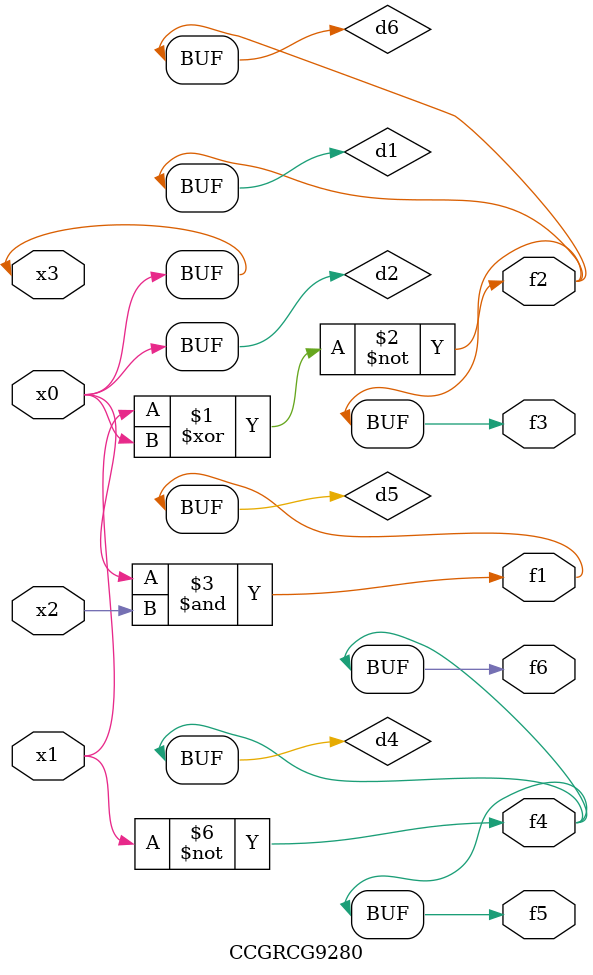
<source format=v>
module CCGRCG9280(
	input x0, x1, x2, x3,
	output f1, f2, f3, f4, f5, f6
);

	wire d1, d2, d3, d4, d5, d6;

	xnor (d1, x1, x3);
	buf (d2, x0, x3);
	nand (d3, x0, x2);
	not (d4, x1);
	nand (d5, d3);
	or (d6, d1);
	assign f1 = d5;
	assign f2 = d6;
	assign f3 = d6;
	assign f4 = d4;
	assign f5 = d4;
	assign f6 = d4;
endmodule

</source>
